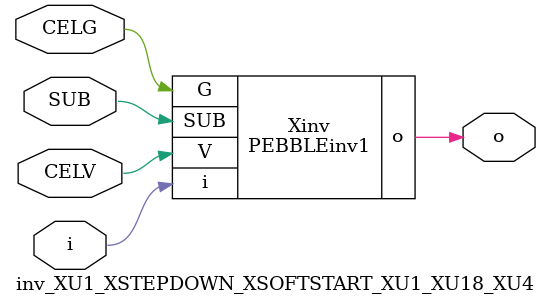
<source format=v>



module PEBBLEinv1 ( o, G, SUB, V, i );

  input V;
  input i;
  input G;
  output o;
  input SUB;
endmodule

//Celera Confidential Do Not Copy inv_XU1_XSTEPDOWN_XSOFTSTART_XU1_XU18_XU4
//Celera Confidential Symbol Generator
//5V Inverter
module inv_XU1_XSTEPDOWN_XSOFTSTART_XU1_XU18_XU4 (CELV,CELG,i,o,SUB);
input CELV;
input CELG;
input i;
input SUB;
output o;

//Celera Confidential Do Not Copy inv
PEBBLEinv1 Xinv(
.V (CELV),
.i (i),
.o (o),
.SUB (SUB),
.G (CELG)
);
//,diesize,PEBBLEinv1

//Celera Confidential Do Not Copy Module End
//Celera Schematic Generator
endmodule

</source>
